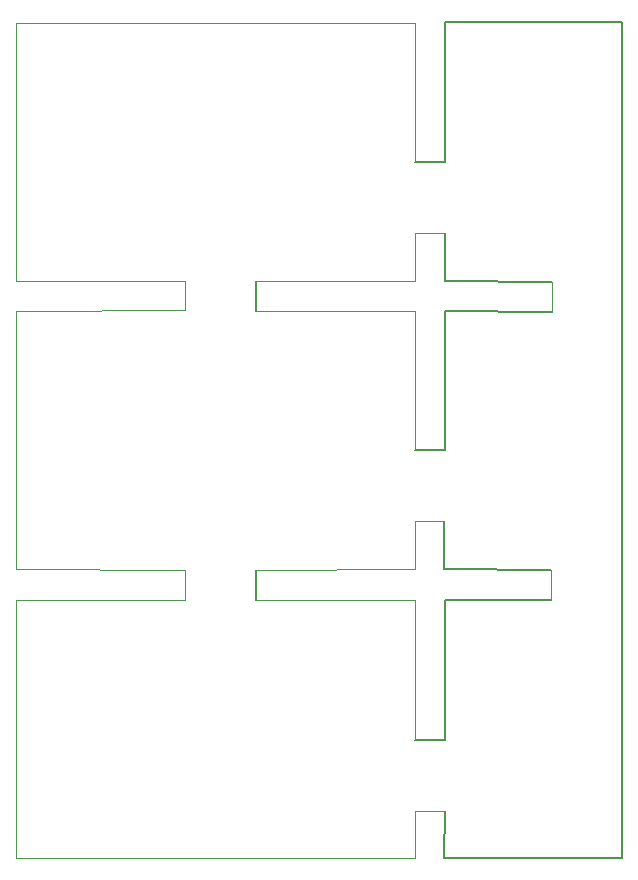
<source format=gbr>
%TF.GenerationSoftware,KiCad,Pcbnew,(6.0.4)*%
%TF.CreationDate,2022-07-15T22:22:15+03:00*%
%TF.ProjectId,panelized,70616e65-6c69-47a6-9564-2e6b69636164,rev?*%
%TF.SameCoordinates,Original*%
%TF.FileFunction,Other,User*%
%FSLAX46Y46*%
G04 Gerber Fmt 4.6, Leading zero omitted, Abs format (unit mm)*
G04 Created by KiCad (PCBNEW (6.0.4)) date 2022-07-15 22:22:15*
%MOMM*%
%LPD*%
G01*
G04 APERTURE LIST*
%ADD10C,0.150000*%
%ADD11C,0.100000*%
%ADD12C,0.120000*%
G04 APERTURE END LIST*
D10*
X103223200Y-98298000D02*
X103225600Y-76276200D01*
D11*
X66184400Y-122707400D02*
X51866800Y-122565494D01*
D10*
X88239600Y-125247400D02*
X97197800Y-125207400D01*
X88188800Y-137033000D02*
X88239600Y-125247400D01*
X88138000Y-122555000D02*
X88151800Y-118524400D01*
X97197800Y-122707400D02*
X88138000Y-122555000D01*
X88239600Y-100736400D02*
X88166400Y-112522000D01*
X97223200Y-100798000D02*
X88239600Y-100736400D01*
X88214200Y-98171000D02*
X97223200Y-98298000D01*
X88202600Y-94140400D02*
X88214200Y-98171000D01*
X88214200Y-76276200D02*
X88217200Y-88138000D01*
X103225600Y-76276200D02*
X88214200Y-76276200D01*
X103200200Y-147040600D02*
X103223200Y-98298000D01*
X88163400Y-147066000D02*
X103200200Y-147040600D01*
X88174200Y-143035400D02*
X88163400Y-147066000D01*
D11*
X66162000Y-98196400D02*
X51917600Y-98181494D01*
X85702600Y-94140400D02*
X85699600Y-98181494D01*
X72240600Y-76352400D02*
X85699600Y-76337494D01*
D10*
X85702600Y-88140400D02*
X88217200Y-88138000D01*
D11*
X51917600Y-76337494D02*
X72240600Y-76352400D01*
X51917600Y-98181494D02*
X51917600Y-76337494D01*
X85699600Y-98181494D02*
X72162000Y-98196400D01*
X85699600Y-76337494D02*
X85702600Y-88140400D01*
X85651800Y-118524400D02*
X85648800Y-122565494D01*
X72189800Y-100736400D02*
X85648800Y-100721494D01*
D10*
X72162000Y-98196400D02*
X72189800Y-100736400D01*
X85651800Y-112524400D02*
X88166400Y-112522000D01*
D11*
X51866800Y-100721494D02*
X66162000Y-100696400D01*
X51866800Y-122565494D02*
X51866800Y-100721494D01*
X85648800Y-122565494D02*
X72184400Y-122707400D01*
X85648800Y-100721494D02*
X85651800Y-112524400D01*
X85674200Y-143035400D02*
X85671200Y-147076494D01*
D10*
X85674200Y-137035400D02*
X88188800Y-137033000D01*
X72184400Y-122707400D02*
X72212200Y-125247400D01*
D11*
X72212200Y-125247400D02*
X85671200Y-125232494D01*
X85671200Y-147076494D02*
X51889200Y-147076494D01*
X51889200Y-125232494D02*
X66184400Y-125207400D01*
X51889200Y-147076494D02*
X51889200Y-125232494D01*
X85671200Y-125232494D02*
X85674200Y-137035400D01*
D12*
%TO.C,REF\u002A\u002A*%
X103197800Y-122707400D02*
X103197800Y-122707400D01*
X97197800Y-122707400D02*
X97197800Y-125207400D01*
X103223200Y-98298000D02*
X103223200Y-98298000D01*
X97223200Y-98298000D02*
X97223200Y-100798000D01*
X85702600Y-88140400D02*
X85702600Y-88140400D01*
X85702600Y-94140400D02*
X88202600Y-94140400D01*
X85651800Y-112524400D02*
X85651800Y-112524400D01*
X85651800Y-118524400D02*
X88151800Y-118524400D01*
X72162000Y-98196400D02*
X72162000Y-98196400D01*
X66162000Y-98196400D02*
X66162000Y-100696400D01*
X85674200Y-137035400D02*
X85674200Y-137035400D01*
X85674200Y-143035400D02*
X88174200Y-143035400D01*
X72184400Y-122707400D02*
X72184400Y-122707400D01*
X66184400Y-122707400D02*
X66184400Y-125207400D01*
%TD*%
M02*

</source>
